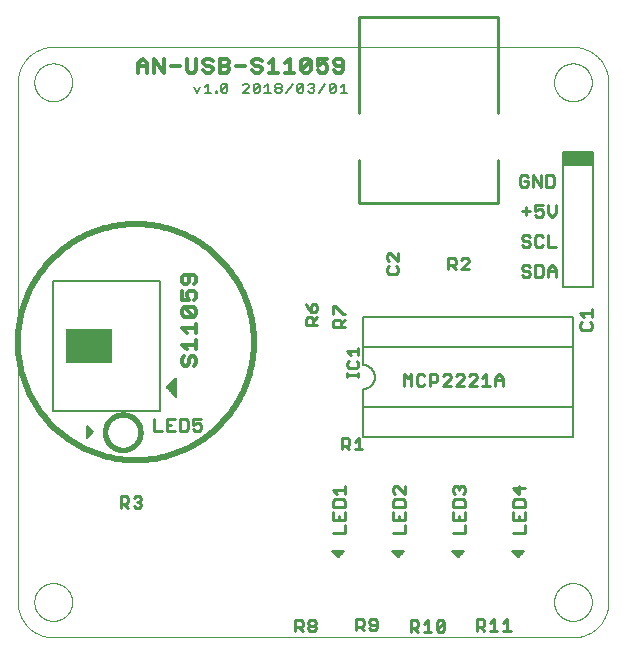
<source format=gto>
G75*
%MOIN*%
%OFA0B0*%
%FSLAX25Y25*%
%IPPOS*%
%LPD*%
%AMOC8*
5,1,8,0,0,1.08239X$1,22.5*
%
%ADD10C,0.00000*%
%ADD11C,0.00900*%
%ADD12C,0.01200*%
%ADD13C,0.00800*%
%ADD14C,0.01969*%
%ADD15C,0.01600*%
%ADD16C,0.00600*%
%ADD17C,0.01000*%
%ADD18C,0.00500*%
%ADD19C,0.00787*%
%ADD20R,0.10000X0.05000*%
%ADD21R,0.15748X0.11811*%
D10*
X0005724Y0017535D02*
X0005724Y0190764D01*
X0011236Y0190764D02*
X0011238Y0190922D01*
X0011244Y0191080D01*
X0011254Y0191238D01*
X0011268Y0191396D01*
X0011286Y0191553D01*
X0011307Y0191710D01*
X0011333Y0191866D01*
X0011363Y0192022D01*
X0011396Y0192177D01*
X0011434Y0192330D01*
X0011475Y0192483D01*
X0011520Y0192635D01*
X0011569Y0192786D01*
X0011622Y0192935D01*
X0011678Y0193083D01*
X0011738Y0193229D01*
X0011802Y0193374D01*
X0011870Y0193517D01*
X0011941Y0193659D01*
X0012015Y0193799D01*
X0012093Y0193936D01*
X0012175Y0194072D01*
X0012259Y0194206D01*
X0012348Y0194337D01*
X0012439Y0194466D01*
X0012534Y0194593D01*
X0012631Y0194718D01*
X0012732Y0194840D01*
X0012836Y0194959D01*
X0012943Y0195076D01*
X0013053Y0195190D01*
X0013166Y0195301D01*
X0013281Y0195410D01*
X0013399Y0195515D01*
X0013520Y0195617D01*
X0013643Y0195717D01*
X0013769Y0195813D01*
X0013897Y0195906D01*
X0014027Y0195996D01*
X0014160Y0196082D01*
X0014295Y0196166D01*
X0014431Y0196245D01*
X0014570Y0196322D01*
X0014711Y0196394D01*
X0014853Y0196464D01*
X0014997Y0196529D01*
X0015143Y0196591D01*
X0015290Y0196649D01*
X0015439Y0196704D01*
X0015589Y0196755D01*
X0015740Y0196802D01*
X0015892Y0196845D01*
X0016045Y0196884D01*
X0016200Y0196920D01*
X0016355Y0196951D01*
X0016511Y0196979D01*
X0016667Y0197003D01*
X0016824Y0197023D01*
X0016982Y0197039D01*
X0017139Y0197051D01*
X0017298Y0197059D01*
X0017456Y0197063D01*
X0017614Y0197063D01*
X0017772Y0197059D01*
X0017931Y0197051D01*
X0018088Y0197039D01*
X0018246Y0197023D01*
X0018403Y0197003D01*
X0018559Y0196979D01*
X0018715Y0196951D01*
X0018870Y0196920D01*
X0019025Y0196884D01*
X0019178Y0196845D01*
X0019330Y0196802D01*
X0019481Y0196755D01*
X0019631Y0196704D01*
X0019780Y0196649D01*
X0019927Y0196591D01*
X0020073Y0196529D01*
X0020217Y0196464D01*
X0020359Y0196394D01*
X0020500Y0196322D01*
X0020639Y0196245D01*
X0020775Y0196166D01*
X0020910Y0196082D01*
X0021043Y0195996D01*
X0021173Y0195906D01*
X0021301Y0195813D01*
X0021427Y0195717D01*
X0021550Y0195617D01*
X0021671Y0195515D01*
X0021789Y0195410D01*
X0021904Y0195301D01*
X0022017Y0195190D01*
X0022127Y0195076D01*
X0022234Y0194959D01*
X0022338Y0194840D01*
X0022439Y0194718D01*
X0022536Y0194593D01*
X0022631Y0194466D01*
X0022722Y0194337D01*
X0022811Y0194206D01*
X0022895Y0194072D01*
X0022977Y0193936D01*
X0023055Y0193799D01*
X0023129Y0193659D01*
X0023200Y0193517D01*
X0023268Y0193374D01*
X0023332Y0193229D01*
X0023392Y0193083D01*
X0023448Y0192935D01*
X0023501Y0192786D01*
X0023550Y0192635D01*
X0023595Y0192483D01*
X0023636Y0192330D01*
X0023674Y0192177D01*
X0023707Y0192022D01*
X0023737Y0191866D01*
X0023763Y0191710D01*
X0023784Y0191553D01*
X0023802Y0191396D01*
X0023816Y0191238D01*
X0023826Y0191080D01*
X0023832Y0190922D01*
X0023834Y0190764D01*
X0023832Y0190606D01*
X0023826Y0190448D01*
X0023816Y0190290D01*
X0023802Y0190132D01*
X0023784Y0189975D01*
X0023763Y0189818D01*
X0023737Y0189662D01*
X0023707Y0189506D01*
X0023674Y0189351D01*
X0023636Y0189198D01*
X0023595Y0189045D01*
X0023550Y0188893D01*
X0023501Y0188742D01*
X0023448Y0188593D01*
X0023392Y0188445D01*
X0023332Y0188299D01*
X0023268Y0188154D01*
X0023200Y0188011D01*
X0023129Y0187869D01*
X0023055Y0187729D01*
X0022977Y0187592D01*
X0022895Y0187456D01*
X0022811Y0187322D01*
X0022722Y0187191D01*
X0022631Y0187062D01*
X0022536Y0186935D01*
X0022439Y0186810D01*
X0022338Y0186688D01*
X0022234Y0186569D01*
X0022127Y0186452D01*
X0022017Y0186338D01*
X0021904Y0186227D01*
X0021789Y0186118D01*
X0021671Y0186013D01*
X0021550Y0185911D01*
X0021427Y0185811D01*
X0021301Y0185715D01*
X0021173Y0185622D01*
X0021043Y0185532D01*
X0020910Y0185446D01*
X0020775Y0185362D01*
X0020639Y0185283D01*
X0020500Y0185206D01*
X0020359Y0185134D01*
X0020217Y0185064D01*
X0020073Y0184999D01*
X0019927Y0184937D01*
X0019780Y0184879D01*
X0019631Y0184824D01*
X0019481Y0184773D01*
X0019330Y0184726D01*
X0019178Y0184683D01*
X0019025Y0184644D01*
X0018870Y0184608D01*
X0018715Y0184577D01*
X0018559Y0184549D01*
X0018403Y0184525D01*
X0018246Y0184505D01*
X0018088Y0184489D01*
X0017931Y0184477D01*
X0017772Y0184469D01*
X0017614Y0184465D01*
X0017456Y0184465D01*
X0017298Y0184469D01*
X0017139Y0184477D01*
X0016982Y0184489D01*
X0016824Y0184505D01*
X0016667Y0184525D01*
X0016511Y0184549D01*
X0016355Y0184577D01*
X0016200Y0184608D01*
X0016045Y0184644D01*
X0015892Y0184683D01*
X0015740Y0184726D01*
X0015589Y0184773D01*
X0015439Y0184824D01*
X0015290Y0184879D01*
X0015143Y0184937D01*
X0014997Y0184999D01*
X0014853Y0185064D01*
X0014711Y0185134D01*
X0014570Y0185206D01*
X0014431Y0185283D01*
X0014295Y0185362D01*
X0014160Y0185446D01*
X0014027Y0185532D01*
X0013897Y0185622D01*
X0013769Y0185715D01*
X0013643Y0185811D01*
X0013520Y0185911D01*
X0013399Y0186013D01*
X0013281Y0186118D01*
X0013166Y0186227D01*
X0013053Y0186338D01*
X0012943Y0186452D01*
X0012836Y0186569D01*
X0012732Y0186688D01*
X0012631Y0186810D01*
X0012534Y0186935D01*
X0012439Y0187062D01*
X0012348Y0187191D01*
X0012259Y0187322D01*
X0012175Y0187456D01*
X0012093Y0187592D01*
X0012015Y0187729D01*
X0011941Y0187869D01*
X0011870Y0188011D01*
X0011802Y0188154D01*
X0011738Y0188299D01*
X0011678Y0188445D01*
X0011622Y0188593D01*
X0011569Y0188742D01*
X0011520Y0188893D01*
X0011475Y0189045D01*
X0011434Y0189198D01*
X0011396Y0189351D01*
X0011363Y0189506D01*
X0011333Y0189662D01*
X0011307Y0189818D01*
X0011286Y0189975D01*
X0011268Y0190132D01*
X0011254Y0190290D01*
X0011244Y0190448D01*
X0011238Y0190606D01*
X0011236Y0190764D01*
X0005724Y0190764D02*
X0005727Y0191049D01*
X0005738Y0191335D01*
X0005755Y0191620D01*
X0005779Y0191904D01*
X0005810Y0192188D01*
X0005848Y0192471D01*
X0005893Y0192752D01*
X0005944Y0193033D01*
X0006002Y0193313D01*
X0006067Y0193591D01*
X0006139Y0193867D01*
X0006217Y0194141D01*
X0006302Y0194414D01*
X0006394Y0194684D01*
X0006492Y0194952D01*
X0006596Y0195218D01*
X0006707Y0195481D01*
X0006824Y0195741D01*
X0006947Y0195999D01*
X0007077Y0196253D01*
X0007213Y0196504D01*
X0007354Y0196752D01*
X0007502Y0196996D01*
X0007655Y0197237D01*
X0007815Y0197473D01*
X0007980Y0197706D01*
X0008150Y0197935D01*
X0008326Y0198160D01*
X0008508Y0198380D01*
X0008694Y0198596D01*
X0008886Y0198807D01*
X0009083Y0199014D01*
X0009285Y0199216D01*
X0009492Y0199413D01*
X0009703Y0199605D01*
X0009919Y0199791D01*
X0010139Y0199973D01*
X0010364Y0200149D01*
X0010593Y0200319D01*
X0010826Y0200484D01*
X0011062Y0200644D01*
X0011303Y0200797D01*
X0011547Y0200945D01*
X0011795Y0201086D01*
X0012046Y0201222D01*
X0012300Y0201352D01*
X0012558Y0201475D01*
X0012818Y0201592D01*
X0013081Y0201703D01*
X0013347Y0201807D01*
X0013615Y0201905D01*
X0013885Y0201997D01*
X0014158Y0202082D01*
X0014432Y0202160D01*
X0014708Y0202232D01*
X0014986Y0202297D01*
X0015266Y0202355D01*
X0015547Y0202406D01*
X0015828Y0202451D01*
X0016111Y0202489D01*
X0016395Y0202520D01*
X0016679Y0202544D01*
X0016964Y0202561D01*
X0017250Y0202572D01*
X0017535Y0202575D01*
X0190764Y0202575D01*
X0184465Y0190764D02*
X0184467Y0190922D01*
X0184473Y0191080D01*
X0184483Y0191238D01*
X0184497Y0191396D01*
X0184515Y0191553D01*
X0184536Y0191710D01*
X0184562Y0191866D01*
X0184592Y0192022D01*
X0184625Y0192177D01*
X0184663Y0192330D01*
X0184704Y0192483D01*
X0184749Y0192635D01*
X0184798Y0192786D01*
X0184851Y0192935D01*
X0184907Y0193083D01*
X0184967Y0193229D01*
X0185031Y0193374D01*
X0185099Y0193517D01*
X0185170Y0193659D01*
X0185244Y0193799D01*
X0185322Y0193936D01*
X0185404Y0194072D01*
X0185488Y0194206D01*
X0185577Y0194337D01*
X0185668Y0194466D01*
X0185763Y0194593D01*
X0185860Y0194718D01*
X0185961Y0194840D01*
X0186065Y0194959D01*
X0186172Y0195076D01*
X0186282Y0195190D01*
X0186395Y0195301D01*
X0186510Y0195410D01*
X0186628Y0195515D01*
X0186749Y0195617D01*
X0186872Y0195717D01*
X0186998Y0195813D01*
X0187126Y0195906D01*
X0187256Y0195996D01*
X0187389Y0196082D01*
X0187524Y0196166D01*
X0187660Y0196245D01*
X0187799Y0196322D01*
X0187940Y0196394D01*
X0188082Y0196464D01*
X0188226Y0196529D01*
X0188372Y0196591D01*
X0188519Y0196649D01*
X0188668Y0196704D01*
X0188818Y0196755D01*
X0188969Y0196802D01*
X0189121Y0196845D01*
X0189274Y0196884D01*
X0189429Y0196920D01*
X0189584Y0196951D01*
X0189740Y0196979D01*
X0189896Y0197003D01*
X0190053Y0197023D01*
X0190211Y0197039D01*
X0190368Y0197051D01*
X0190527Y0197059D01*
X0190685Y0197063D01*
X0190843Y0197063D01*
X0191001Y0197059D01*
X0191160Y0197051D01*
X0191317Y0197039D01*
X0191475Y0197023D01*
X0191632Y0197003D01*
X0191788Y0196979D01*
X0191944Y0196951D01*
X0192099Y0196920D01*
X0192254Y0196884D01*
X0192407Y0196845D01*
X0192559Y0196802D01*
X0192710Y0196755D01*
X0192860Y0196704D01*
X0193009Y0196649D01*
X0193156Y0196591D01*
X0193302Y0196529D01*
X0193446Y0196464D01*
X0193588Y0196394D01*
X0193729Y0196322D01*
X0193868Y0196245D01*
X0194004Y0196166D01*
X0194139Y0196082D01*
X0194272Y0195996D01*
X0194402Y0195906D01*
X0194530Y0195813D01*
X0194656Y0195717D01*
X0194779Y0195617D01*
X0194900Y0195515D01*
X0195018Y0195410D01*
X0195133Y0195301D01*
X0195246Y0195190D01*
X0195356Y0195076D01*
X0195463Y0194959D01*
X0195567Y0194840D01*
X0195668Y0194718D01*
X0195765Y0194593D01*
X0195860Y0194466D01*
X0195951Y0194337D01*
X0196040Y0194206D01*
X0196124Y0194072D01*
X0196206Y0193936D01*
X0196284Y0193799D01*
X0196358Y0193659D01*
X0196429Y0193517D01*
X0196497Y0193374D01*
X0196561Y0193229D01*
X0196621Y0193083D01*
X0196677Y0192935D01*
X0196730Y0192786D01*
X0196779Y0192635D01*
X0196824Y0192483D01*
X0196865Y0192330D01*
X0196903Y0192177D01*
X0196936Y0192022D01*
X0196966Y0191866D01*
X0196992Y0191710D01*
X0197013Y0191553D01*
X0197031Y0191396D01*
X0197045Y0191238D01*
X0197055Y0191080D01*
X0197061Y0190922D01*
X0197063Y0190764D01*
X0197061Y0190606D01*
X0197055Y0190448D01*
X0197045Y0190290D01*
X0197031Y0190132D01*
X0197013Y0189975D01*
X0196992Y0189818D01*
X0196966Y0189662D01*
X0196936Y0189506D01*
X0196903Y0189351D01*
X0196865Y0189198D01*
X0196824Y0189045D01*
X0196779Y0188893D01*
X0196730Y0188742D01*
X0196677Y0188593D01*
X0196621Y0188445D01*
X0196561Y0188299D01*
X0196497Y0188154D01*
X0196429Y0188011D01*
X0196358Y0187869D01*
X0196284Y0187729D01*
X0196206Y0187592D01*
X0196124Y0187456D01*
X0196040Y0187322D01*
X0195951Y0187191D01*
X0195860Y0187062D01*
X0195765Y0186935D01*
X0195668Y0186810D01*
X0195567Y0186688D01*
X0195463Y0186569D01*
X0195356Y0186452D01*
X0195246Y0186338D01*
X0195133Y0186227D01*
X0195018Y0186118D01*
X0194900Y0186013D01*
X0194779Y0185911D01*
X0194656Y0185811D01*
X0194530Y0185715D01*
X0194402Y0185622D01*
X0194272Y0185532D01*
X0194139Y0185446D01*
X0194004Y0185362D01*
X0193868Y0185283D01*
X0193729Y0185206D01*
X0193588Y0185134D01*
X0193446Y0185064D01*
X0193302Y0184999D01*
X0193156Y0184937D01*
X0193009Y0184879D01*
X0192860Y0184824D01*
X0192710Y0184773D01*
X0192559Y0184726D01*
X0192407Y0184683D01*
X0192254Y0184644D01*
X0192099Y0184608D01*
X0191944Y0184577D01*
X0191788Y0184549D01*
X0191632Y0184525D01*
X0191475Y0184505D01*
X0191317Y0184489D01*
X0191160Y0184477D01*
X0191001Y0184469D01*
X0190843Y0184465D01*
X0190685Y0184465D01*
X0190527Y0184469D01*
X0190368Y0184477D01*
X0190211Y0184489D01*
X0190053Y0184505D01*
X0189896Y0184525D01*
X0189740Y0184549D01*
X0189584Y0184577D01*
X0189429Y0184608D01*
X0189274Y0184644D01*
X0189121Y0184683D01*
X0188969Y0184726D01*
X0188818Y0184773D01*
X0188668Y0184824D01*
X0188519Y0184879D01*
X0188372Y0184937D01*
X0188226Y0184999D01*
X0188082Y0185064D01*
X0187940Y0185134D01*
X0187799Y0185206D01*
X0187660Y0185283D01*
X0187524Y0185362D01*
X0187389Y0185446D01*
X0187256Y0185532D01*
X0187126Y0185622D01*
X0186998Y0185715D01*
X0186872Y0185811D01*
X0186749Y0185911D01*
X0186628Y0186013D01*
X0186510Y0186118D01*
X0186395Y0186227D01*
X0186282Y0186338D01*
X0186172Y0186452D01*
X0186065Y0186569D01*
X0185961Y0186688D01*
X0185860Y0186810D01*
X0185763Y0186935D01*
X0185668Y0187062D01*
X0185577Y0187191D01*
X0185488Y0187322D01*
X0185404Y0187456D01*
X0185322Y0187592D01*
X0185244Y0187729D01*
X0185170Y0187869D01*
X0185099Y0188011D01*
X0185031Y0188154D01*
X0184967Y0188299D01*
X0184907Y0188445D01*
X0184851Y0188593D01*
X0184798Y0188742D01*
X0184749Y0188893D01*
X0184704Y0189045D01*
X0184663Y0189198D01*
X0184625Y0189351D01*
X0184592Y0189506D01*
X0184562Y0189662D01*
X0184536Y0189818D01*
X0184515Y0189975D01*
X0184497Y0190132D01*
X0184483Y0190290D01*
X0184473Y0190448D01*
X0184467Y0190606D01*
X0184465Y0190764D01*
X0190764Y0202575D02*
X0191049Y0202572D01*
X0191335Y0202561D01*
X0191620Y0202544D01*
X0191904Y0202520D01*
X0192188Y0202489D01*
X0192471Y0202451D01*
X0192752Y0202406D01*
X0193033Y0202355D01*
X0193313Y0202297D01*
X0193591Y0202232D01*
X0193867Y0202160D01*
X0194141Y0202082D01*
X0194414Y0201997D01*
X0194684Y0201905D01*
X0194952Y0201807D01*
X0195218Y0201703D01*
X0195481Y0201592D01*
X0195741Y0201475D01*
X0195999Y0201352D01*
X0196253Y0201222D01*
X0196504Y0201086D01*
X0196752Y0200945D01*
X0196996Y0200797D01*
X0197237Y0200644D01*
X0197473Y0200484D01*
X0197706Y0200319D01*
X0197935Y0200149D01*
X0198160Y0199973D01*
X0198380Y0199791D01*
X0198596Y0199605D01*
X0198807Y0199413D01*
X0199014Y0199216D01*
X0199216Y0199014D01*
X0199413Y0198807D01*
X0199605Y0198596D01*
X0199791Y0198380D01*
X0199973Y0198160D01*
X0200149Y0197935D01*
X0200319Y0197706D01*
X0200484Y0197473D01*
X0200644Y0197237D01*
X0200797Y0196996D01*
X0200945Y0196752D01*
X0201086Y0196504D01*
X0201222Y0196253D01*
X0201352Y0195999D01*
X0201475Y0195741D01*
X0201592Y0195481D01*
X0201703Y0195218D01*
X0201807Y0194952D01*
X0201905Y0194684D01*
X0201997Y0194414D01*
X0202082Y0194141D01*
X0202160Y0193867D01*
X0202232Y0193591D01*
X0202297Y0193313D01*
X0202355Y0193033D01*
X0202406Y0192752D01*
X0202451Y0192471D01*
X0202489Y0192188D01*
X0202520Y0191904D01*
X0202544Y0191620D01*
X0202561Y0191335D01*
X0202572Y0191049D01*
X0202575Y0190764D01*
X0202575Y0017535D01*
X0184465Y0017535D02*
X0184467Y0017693D01*
X0184473Y0017851D01*
X0184483Y0018009D01*
X0184497Y0018167D01*
X0184515Y0018324D01*
X0184536Y0018481D01*
X0184562Y0018637D01*
X0184592Y0018793D01*
X0184625Y0018948D01*
X0184663Y0019101D01*
X0184704Y0019254D01*
X0184749Y0019406D01*
X0184798Y0019557D01*
X0184851Y0019706D01*
X0184907Y0019854D01*
X0184967Y0020000D01*
X0185031Y0020145D01*
X0185099Y0020288D01*
X0185170Y0020430D01*
X0185244Y0020570D01*
X0185322Y0020707D01*
X0185404Y0020843D01*
X0185488Y0020977D01*
X0185577Y0021108D01*
X0185668Y0021237D01*
X0185763Y0021364D01*
X0185860Y0021489D01*
X0185961Y0021611D01*
X0186065Y0021730D01*
X0186172Y0021847D01*
X0186282Y0021961D01*
X0186395Y0022072D01*
X0186510Y0022181D01*
X0186628Y0022286D01*
X0186749Y0022388D01*
X0186872Y0022488D01*
X0186998Y0022584D01*
X0187126Y0022677D01*
X0187256Y0022767D01*
X0187389Y0022853D01*
X0187524Y0022937D01*
X0187660Y0023016D01*
X0187799Y0023093D01*
X0187940Y0023165D01*
X0188082Y0023235D01*
X0188226Y0023300D01*
X0188372Y0023362D01*
X0188519Y0023420D01*
X0188668Y0023475D01*
X0188818Y0023526D01*
X0188969Y0023573D01*
X0189121Y0023616D01*
X0189274Y0023655D01*
X0189429Y0023691D01*
X0189584Y0023722D01*
X0189740Y0023750D01*
X0189896Y0023774D01*
X0190053Y0023794D01*
X0190211Y0023810D01*
X0190368Y0023822D01*
X0190527Y0023830D01*
X0190685Y0023834D01*
X0190843Y0023834D01*
X0191001Y0023830D01*
X0191160Y0023822D01*
X0191317Y0023810D01*
X0191475Y0023794D01*
X0191632Y0023774D01*
X0191788Y0023750D01*
X0191944Y0023722D01*
X0192099Y0023691D01*
X0192254Y0023655D01*
X0192407Y0023616D01*
X0192559Y0023573D01*
X0192710Y0023526D01*
X0192860Y0023475D01*
X0193009Y0023420D01*
X0193156Y0023362D01*
X0193302Y0023300D01*
X0193446Y0023235D01*
X0193588Y0023165D01*
X0193729Y0023093D01*
X0193868Y0023016D01*
X0194004Y0022937D01*
X0194139Y0022853D01*
X0194272Y0022767D01*
X0194402Y0022677D01*
X0194530Y0022584D01*
X0194656Y0022488D01*
X0194779Y0022388D01*
X0194900Y0022286D01*
X0195018Y0022181D01*
X0195133Y0022072D01*
X0195246Y0021961D01*
X0195356Y0021847D01*
X0195463Y0021730D01*
X0195567Y0021611D01*
X0195668Y0021489D01*
X0195765Y0021364D01*
X0195860Y0021237D01*
X0195951Y0021108D01*
X0196040Y0020977D01*
X0196124Y0020843D01*
X0196206Y0020707D01*
X0196284Y0020570D01*
X0196358Y0020430D01*
X0196429Y0020288D01*
X0196497Y0020145D01*
X0196561Y0020000D01*
X0196621Y0019854D01*
X0196677Y0019706D01*
X0196730Y0019557D01*
X0196779Y0019406D01*
X0196824Y0019254D01*
X0196865Y0019101D01*
X0196903Y0018948D01*
X0196936Y0018793D01*
X0196966Y0018637D01*
X0196992Y0018481D01*
X0197013Y0018324D01*
X0197031Y0018167D01*
X0197045Y0018009D01*
X0197055Y0017851D01*
X0197061Y0017693D01*
X0197063Y0017535D01*
X0197061Y0017377D01*
X0197055Y0017219D01*
X0197045Y0017061D01*
X0197031Y0016903D01*
X0197013Y0016746D01*
X0196992Y0016589D01*
X0196966Y0016433D01*
X0196936Y0016277D01*
X0196903Y0016122D01*
X0196865Y0015969D01*
X0196824Y0015816D01*
X0196779Y0015664D01*
X0196730Y0015513D01*
X0196677Y0015364D01*
X0196621Y0015216D01*
X0196561Y0015070D01*
X0196497Y0014925D01*
X0196429Y0014782D01*
X0196358Y0014640D01*
X0196284Y0014500D01*
X0196206Y0014363D01*
X0196124Y0014227D01*
X0196040Y0014093D01*
X0195951Y0013962D01*
X0195860Y0013833D01*
X0195765Y0013706D01*
X0195668Y0013581D01*
X0195567Y0013459D01*
X0195463Y0013340D01*
X0195356Y0013223D01*
X0195246Y0013109D01*
X0195133Y0012998D01*
X0195018Y0012889D01*
X0194900Y0012784D01*
X0194779Y0012682D01*
X0194656Y0012582D01*
X0194530Y0012486D01*
X0194402Y0012393D01*
X0194272Y0012303D01*
X0194139Y0012217D01*
X0194004Y0012133D01*
X0193868Y0012054D01*
X0193729Y0011977D01*
X0193588Y0011905D01*
X0193446Y0011835D01*
X0193302Y0011770D01*
X0193156Y0011708D01*
X0193009Y0011650D01*
X0192860Y0011595D01*
X0192710Y0011544D01*
X0192559Y0011497D01*
X0192407Y0011454D01*
X0192254Y0011415D01*
X0192099Y0011379D01*
X0191944Y0011348D01*
X0191788Y0011320D01*
X0191632Y0011296D01*
X0191475Y0011276D01*
X0191317Y0011260D01*
X0191160Y0011248D01*
X0191001Y0011240D01*
X0190843Y0011236D01*
X0190685Y0011236D01*
X0190527Y0011240D01*
X0190368Y0011248D01*
X0190211Y0011260D01*
X0190053Y0011276D01*
X0189896Y0011296D01*
X0189740Y0011320D01*
X0189584Y0011348D01*
X0189429Y0011379D01*
X0189274Y0011415D01*
X0189121Y0011454D01*
X0188969Y0011497D01*
X0188818Y0011544D01*
X0188668Y0011595D01*
X0188519Y0011650D01*
X0188372Y0011708D01*
X0188226Y0011770D01*
X0188082Y0011835D01*
X0187940Y0011905D01*
X0187799Y0011977D01*
X0187660Y0012054D01*
X0187524Y0012133D01*
X0187389Y0012217D01*
X0187256Y0012303D01*
X0187126Y0012393D01*
X0186998Y0012486D01*
X0186872Y0012582D01*
X0186749Y0012682D01*
X0186628Y0012784D01*
X0186510Y0012889D01*
X0186395Y0012998D01*
X0186282Y0013109D01*
X0186172Y0013223D01*
X0186065Y0013340D01*
X0185961Y0013459D01*
X0185860Y0013581D01*
X0185763Y0013706D01*
X0185668Y0013833D01*
X0185577Y0013962D01*
X0185488Y0014093D01*
X0185404Y0014227D01*
X0185322Y0014363D01*
X0185244Y0014500D01*
X0185170Y0014640D01*
X0185099Y0014782D01*
X0185031Y0014925D01*
X0184967Y0015070D01*
X0184907Y0015216D01*
X0184851Y0015364D01*
X0184798Y0015513D01*
X0184749Y0015664D01*
X0184704Y0015816D01*
X0184663Y0015969D01*
X0184625Y0016122D01*
X0184592Y0016277D01*
X0184562Y0016433D01*
X0184536Y0016589D01*
X0184515Y0016746D01*
X0184497Y0016903D01*
X0184483Y0017061D01*
X0184473Y0017219D01*
X0184467Y0017377D01*
X0184465Y0017535D01*
X0190764Y0005724D02*
X0191049Y0005727D01*
X0191335Y0005738D01*
X0191620Y0005755D01*
X0191904Y0005779D01*
X0192188Y0005810D01*
X0192471Y0005848D01*
X0192752Y0005893D01*
X0193033Y0005944D01*
X0193313Y0006002D01*
X0193591Y0006067D01*
X0193867Y0006139D01*
X0194141Y0006217D01*
X0194414Y0006302D01*
X0194684Y0006394D01*
X0194952Y0006492D01*
X0195218Y0006596D01*
X0195481Y0006707D01*
X0195741Y0006824D01*
X0195999Y0006947D01*
X0196253Y0007077D01*
X0196504Y0007213D01*
X0196752Y0007354D01*
X0196996Y0007502D01*
X0197237Y0007655D01*
X0197473Y0007815D01*
X0197706Y0007980D01*
X0197935Y0008150D01*
X0198160Y0008326D01*
X0198380Y0008508D01*
X0198596Y0008694D01*
X0198807Y0008886D01*
X0199014Y0009083D01*
X0199216Y0009285D01*
X0199413Y0009492D01*
X0199605Y0009703D01*
X0199791Y0009919D01*
X0199973Y0010139D01*
X0200149Y0010364D01*
X0200319Y0010593D01*
X0200484Y0010826D01*
X0200644Y0011062D01*
X0200797Y0011303D01*
X0200945Y0011547D01*
X0201086Y0011795D01*
X0201222Y0012046D01*
X0201352Y0012300D01*
X0201475Y0012558D01*
X0201592Y0012818D01*
X0201703Y0013081D01*
X0201807Y0013347D01*
X0201905Y0013615D01*
X0201997Y0013885D01*
X0202082Y0014158D01*
X0202160Y0014432D01*
X0202232Y0014708D01*
X0202297Y0014986D01*
X0202355Y0015266D01*
X0202406Y0015547D01*
X0202451Y0015828D01*
X0202489Y0016111D01*
X0202520Y0016395D01*
X0202544Y0016679D01*
X0202561Y0016964D01*
X0202572Y0017250D01*
X0202575Y0017535D01*
X0190764Y0005724D02*
X0017535Y0005724D01*
X0011236Y0017535D02*
X0011238Y0017693D01*
X0011244Y0017851D01*
X0011254Y0018009D01*
X0011268Y0018167D01*
X0011286Y0018324D01*
X0011307Y0018481D01*
X0011333Y0018637D01*
X0011363Y0018793D01*
X0011396Y0018948D01*
X0011434Y0019101D01*
X0011475Y0019254D01*
X0011520Y0019406D01*
X0011569Y0019557D01*
X0011622Y0019706D01*
X0011678Y0019854D01*
X0011738Y0020000D01*
X0011802Y0020145D01*
X0011870Y0020288D01*
X0011941Y0020430D01*
X0012015Y0020570D01*
X0012093Y0020707D01*
X0012175Y0020843D01*
X0012259Y0020977D01*
X0012348Y0021108D01*
X0012439Y0021237D01*
X0012534Y0021364D01*
X0012631Y0021489D01*
X0012732Y0021611D01*
X0012836Y0021730D01*
X0012943Y0021847D01*
X0013053Y0021961D01*
X0013166Y0022072D01*
X0013281Y0022181D01*
X0013399Y0022286D01*
X0013520Y0022388D01*
X0013643Y0022488D01*
X0013769Y0022584D01*
X0013897Y0022677D01*
X0014027Y0022767D01*
X0014160Y0022853D01*
X0014295Y0022937D01*
X0014431Y0023016D01*
X0014570Y0023093D01*
X0014711Y0023165D01*
X0014853Y0023235D01*
X0014997Y0023300D01*
X0015143Y0023362D01*
X0015290Y0023420D01*
X0015439Y0023475D01*
X0015589Y0023526D01*
X0015740Y0023573D01*
X0015892Y0023616D01*
X0016045Y0023655D01*
X0016200Y0023691D01*
X0016355Y0023722D01*
X0016511Y0023750D01*
X0016667Y0023774D01*
X0016824Y0023794D01*
X0016982Y0023810D01*
X0017139Y0023822D01*
X0017298Y0023830D01*
X0017456Y0023834D01*
X0017614Y0023834D01*
X0017772Y0023830D01*
X0017931Y0023822D01*
X0018088Y0023810D01*
X0018246Y0023794D01*
X0018403Y0023774D01*
X0018559Y0023750D01*
X0018715Y0023722D01*
X0018870Y0023691D01*
X0019025Y0023655D01*
X0019178Y0023616D01*
X0019330Y0023573D01*
X0019481Y0023526D01*
X0019631Y0023475D01*
X0019780Y0023420D01*
X0019927Y0023362D01*
X0020073Y0023300D01*
X0020217Y0023235D01*
X0020359Y0023165D01*
X0020500Y0023093D01*
X0020639Y0023016D01*
X0020775Y0022937D01*
X0020910Y0022853D01*
X0021043Y0022767D01*
X0021173Y0022677D01*
X0021301Y0022584D01*
X0021427Y0022488D01*
X0021550Y0022388D01*
X0021671Y0022286D01*
X0021789Y0022181D01*
X0021904Y0022072D01*
X0022017Y0021961D01*
X0022127Y0021847D01*
X0022234Y0021730D01*
X0022338Y0021611D01*
X0022439Y0021489D01*
X0022536Y0021364D01*
X0022631Y0021237D01*
X0022722Y0021108D01*
X0022811Y0020977D01*
X0022895Y0020843D01*
X0022977Y0020707D01*
X0023055Y0020570D01*
X0023129Y0020430D01*
X0023200Y0020288D01*
X0023268Y0020145D01*
X0023332Y0020000D01*
X0023392Y0019854D01*
X0023448Y0019706D01*
X0023501Y0019557D01*
X0023550Y0019406D01*
X0023595Y0019254D01*
X0023636Y0019101D01*
X0023674Y0018948D01*
X0023707Y0018793D01*
X0023737Y0018637D01*
X0023763Y0018481D01*
X0023784Y0018324D01*
X0023802Y0018167D01*
X0023816Y0018009D01*
X0023826Y0017851D01*
X0023832Y0017693D01*
X0023834Y0017535D01*
X0023832Y0017377D01*
X0023826Y0017219D01*
X0023816Y0017061D01*
X0023802Y0016903D01*
X0023784Y0016746D01*
X0023763Y0016589D01*
X0023737Y0016433D01*
X0023707Y0016277D01*
X0023674Y0016122D01*
X0023636Y0015969D01*
X0023595Y0015816D01*
X0023550Y0015664D01*
X0023501Y0015513D01*
X0023448Y0015364D01*
X0023392Y0015216D01*
X0023332Y0015070D01*
X0023268Y0014925D01*
X0023200Y0014782D01*
X0023129Y0014640D01*
X0023055Y0014500D01*
X0022977Y0014363D01*
X0022895Y0014227D01*
X0022811Y0014093D01*
X0022722Y0013962D01*
X0022631Y0013833D01*
X0022536Y0013706D01*
X0022439Y0013581D01*
X0022338Y0013459D01*
X0022234Y0013340D01*
X0022127Y0013223D01*
X0022017Y0013109D01*
X0021904Y0012998D01*
X0021789Y0012889D01*
X0021671Y0012784D01*
X0021550Y0012682D01*
X0021427Y0012582D01*
X0021301Y0012486D01*
X0021173Y0012393D01*
X0021043Y0012303D01*
X0020910Y0012217D01*
X0020775Y0012133D01*
X0020639Y0012054D01*
X0020500Y0011977D01*
X0020359Y0011905D01*
X0020217Y0011835D01*
X0020073Y0011770D01*
X0019927Y0011708D01*
X0019780Y0011650D01*
X0019631Y0011595D01*
X0019481Y0011544D01*
X0019330Y0011497D01*
X0019178Y0011454D01*
X0019025Y0011415D01*
X0018870Y0011379D01*
X0018715Y0011348D01*
X0018559Y0011320D01*
X0018403Y0011296D01*
X0018246Y0011276D01*
X0018088Y0011260D01*
X0017931Y0011248D01*
X0017772Y0011240D01*
X0017614Y0011236D01*
X0017456Y0011236D01*
X0017298Y0011240D01*
X0017139Y0011248D01*
X0016982Y0011260D01*
X0016824Y0011276D01*
X0016667Y0011296D01*
X0016511Y0011320D01*
X0016355Y0011348D01*
X0016200Y0011379D01*
X0016045Y0011415D01*
X0015892Y0011454D01*
X0015740Y0011497D01*
X0015589Y0011544D01*
X0015439Y0011595D01*
X0015290Y0011650D01*
X0015143Y0011708D01*
X0014997Y0011770D01*
X0014853Y0011835D01*
X0014711Y0011905D01*
X0014570Y0011977D01*
X0014431Y0012054D01*
X0014295Y0012133D01*
X0014160Y0012217D01*
X0014027Y0012303D01*
X0013897Y0012393D01*
X0013769Y0012486D01*
X0013643Y0012582D01*
X0013520Y0012682D01*
X0013399Y0012784D01*
X0013281Y0012889D01*
X0013166Y0012998D01*
X0013053Y0013109D01*
X0012943Y0013223D01*
X0012836Y0013340D01*
X0012732Y0013459D01*
X0012631Y0013581D01*
X0012534Y0013706D01*
X0012439Y0013833D01*
X0012348Y0013962D01*
X0012259Y0014093D01*
X0012175Y0014227D01*
X0012093Y0014363D01*
X0012015Y0014500D01*
X0011941Y0014640D01*
X0011870Y0014782D01*
X0011802Y0014925D01*
X0011738Y0015070D01*
X0011678Y0015216D01*
X0011622Y0015364D01*
X0011569Y0015513D01*
X0011520Y0015664D01*
X0011475Y0015816D01*
X0011434Y0015969D01*
X0011396Y0016122D01*
X0011363Y0016277D01*
X0011333Y0016433D01*
X0011307Y0016589D01*
X0011286Y0016746D01*
X0011268Y0016903D01*
X0011254Y0017061D01*
X0011244Y0017219D01*
X0011238Y0017377D01*
X0011236Y0017535D01*
X0005724Y0017535D02*
X0005727Y0017250D01*
X0005738Y0016964D01*
X0005755Y0016679D01*
X0005779Y0016395D01*
X0005810Y0016111D01*
X0005848Y0015828D01*
X0005893Y0015547D01*
X0005944Y0015266D01*
X0006002Y0014986D01*
X0006067Y0014708D01*
X0006139Y0014432D01*
X0006217Y0014158D01*
X0006302Y0013885D01*
X0006394Y0013615D01*
X0006492Y0013347D01*
X0006596Y0013081D01*
X0006707Y0012818D01*
X0006824Y0012558D01*
X0006947Y0012300D01*
X0007077Y0012046D01*
X0007213Y0011795D01*
X0007354Y0011547D01*
X0007502Y0011303D01*
X0007655Y0011062D01*
X0007815Y0010826D01*
X0007980Y0010593D01*
X0008150Y0010364D01*
X0008326Y0010139D01*
X0008508Y0009919D01*
X0008694Y0009703D01*
X0008886Y0009492D01*
X0009083Y0009285D01*
X0009285Y0009083D01*
X0009492Y0008886D01*
X0009703Y0008694D01*
X0009919Y0008508D01*
X0010139Y0008326D01*
X0010364Y0008150D01*
X0010593Y0007980D01*
X0010826Y0007815D01*
X0011062Y0007655D01*
X0011303Y0007502D01*
X0011547Y0007354D01*
X0011795Y0007213D01*
X0012046Y0007077D01*
X0012300Y0006947D01*
X0012558Y0006824D01*
X0012818Y0006707D01*
X0013081Y0006596D01*
X0013347Y0006492D01*
X0013615Y0006394D01*
X0013885Y0006302D01*
X0014158Y0006217D01*
X0014432Y0006139D01*
X0014708Y0006067D01*
X0014986Y0006002D01*
X0015266Y0005944D01*
X0015547Y0005893D01*
X0015828Y0005848D01*
X0016111Y0005810D01*
X0016395Y0005779D01*
X0016679Y0005755D01*
X0016964Y0005738D01*
X0017250Y0005727D01*
X0017535Y0005724D01*
D11*
X0039974Y0048950D02*
X0039974Y0052778D01*
X0041888Y0052778D01*
X0042526Y0052140D01*
X0042526Y0050864D01*
X0041888Y0050226D01*
X0039974Y0050226D01*
X0041250Y0050226D02*
X0042526Y0048950D01*
X0044324Y0049588D02*
X0044962Y0048950D01*
X0046238Y0048950D01*
X0046876Y0049588D01*
X0046876Y0050226D01*
X0046238Y0050864D01*
X0045600Y0050864D01*
X0046238Y0050864D02*
X0046876Y0051502D01*
X0046876Y0052140D01*
X0046238Y0052778D01*
X0044962Y0052778D01*
X0044324Y0052140D01*
X0051174Y0074600D02*
X0053726Y0074600D01*
X0055525Y0074600D02*
X0058076Y0074600D01*
X0059875Y0074600D02*
X0061789Y0074600D01*
X0062427Y0075238D01*
X0062427Y0077789D01*
X0061789Y0078427D01*
X0059875Y0078427D01*
X0059875Y0074600D01*
X0056800Y0076513D02*
X0055525Y0076513D01*
X0055525Y0074600D02*
X0055525Y0078427D01*
X0058076Y0078427D01*
X0064225Y0078427D02*
X0064225Y0076513D01*
X0065501Y0077151D01*
X0066139Y0077151D01*
X0066777Y0076513D01*
X0066777Y0075238D01*
X0066139Y0074600D01*
X0064863Y0074600D01*
X0064225Y0075238D01*
X0064225Y0078427D02*
X0066777Y0078427D01*
X0051174Y0078427D02*
X0051174Y0074600D01*
X0101683Y0109934D02*
X0101683Y0111848D01*
X0102321Y0112486D01*
X0103597Y0112486D01*
X0104235Y0111848D01*
X0104235Y0109934D01*
X0105511Y0109934D02*
X0101683Y0109934D01*
X0104235Y0111210D02*
X0105511Y0112486D01*
X0104873Y0114284D02*
X0105511Y0114922D01*
X0105511Y0116198D01*
X0104873Y0116836D01*
X0104235Y0116836D01*
X0103597Y0116198D01*
X0103597Y0114284D01*
X0104873Y0114284D01*
X0103597Y0114284D02*
X0102321Y0115560D01*
X0101683Y0116836D01*
X0110896Y0116049D02*
X0110896Y0113497D01*
X0111534Y0111699D02*
X0112809Y0111699D01*
X0113447Y0111061D01*
X0113447Y0109147D01*
X0113447Y0110423D02*
X0114723Y0111699D01*
X0114723Y0113497D02*
X0114085Y0113497D01*
X0111534Y0116049D01*
X0110896Y0116049D01*
X0111534Y0111699D02*
X0110896Y0111061D01*
X0110896Y0109147D01*
X0114723Y0109147D01*
X0115447Y0101051D02*
X0119274Y0101051D01*
X0119274Y0099775D02*
X0119274Y0102327D01*
X0116723Y0099775D02*
X0115447Y0101051D01*
X0116085Y0097977D02*
X0115447Y0097339D01*
X0115447Y0096063D01*
X0116085Y0095425D01*
X0118636Y0095425D01*
X0119274Y0096063D01*
X0119274Y0097339D01*
X0118636Y0097977D01*
X0119274Y0093801D02*
X0119274Y0092525D01*
X0119274Y0093163D02*
X0115447Y0093163D01*
X0115447Y0092525D02*
X0115447Y0093801D01*
X0134365Y0093467D02*
X0134365Y0089639D01*
X0136917Y0089639D02*
X0136917Y0093467D01*
X0135641Y0092191D01*
X0134365Y0093467D01*
X0138715Y0092829D02*
X0138715Y0090277D01*
X0139353Y0089639D01*
X0140629Y0089639D01*
X0141267Y0090277D01*
X0143065Y0090915D02*
X0144979Y0090915D01*
X0145617Y0091553D01*
X0145617Y0092829D01*
X0144979Y0093467D01*
X0143065Y0093467D01*
X0143065Y0089639D01*
X0141267Y0092829D02*
X0140629Y0093467D01*
X0139353Y0093467D01*
X0138715Y0092829D01*
X0147416Y0092829D02*
X0148054Y0093467D01*
X0149329Y0093467D01*
X0149967Y0092829D01*
X0149967Y0092191D01*
X0147416Y0089639D01*
X0149967Y0089639D01*
X0151766Y0089639D02*
X0154318Y0092191D01*
X0154318Y0092829D01*
X0153680Y0093467D01*
X0152404Y0093467D01*
X0151766Y0092829D01*
X0151766Y0089639D02*
X0154318Y0089639D01*
X0156116Y0089639D02*
X0158668Y0092191D01*
X0158668Y0092829D01*
X0158030Y0093467D01*
X0156754Y0093467D01*
X0156116Y0092829D01*
X0156116Y0089639D02*
X0158668Y0089639D01*
X0160466Y0089639D02*
X0163018Y0089639D01*
X0161742Y0089639D02*
X0161742Y0093467D01*
X0160466Y0092191D01*
X0164816Y0092191D02*
X0164816Y0089639D01*
X0164816Y0091553D02*
X0167368Y0091553D01*
X0167368Y0092191D02*
X0167368Y0089639D01*
X0167368Y0092191D02*
X0166092Y0093467D01*
X0164816Y0092191D01*
X0193199Y0108801D02*
X0193837Y0108163D01*
X0196388Y0108163D01*
X0197026Y0108801D01*
X0197026Y0110076D01*
X0196388Y0110714D01*
X0197026Y0112513D02*
X0197026Y0115065D01*
X0197026Y0113789D02*
X0193199Y0113789D01*
X0194475Y0112513D01*
X0193837Y0110714D02*
X0193199Y0110076D01*
X0193199Y0108801D01*
X0185163Y0125938D02*
X0185163Y0128490D01*
X0183888Y0129766D01*
X0182612Y0128490D01*
X0182612Y0125938D01*
X0180813Y0126576D02*
X0180813Y0129128D01*
X0180175Y0129766D01*
X0178261Y0129766D01*
X0178261Y0125938D01*
X0180175Y0125938D01*
X0180813Y0126576D01*
X0182612Y0127852D02*
X0185163Y0127852D01*
X0185163Y0135938D02*
X0182612Y0135938D01*
X0182612Y0139766D01*
X0180813Y0139128D02*
X0180175Y0139766D01*
X0178899Y0139766D01*
X0178261Y0139128D01*
X0178261Y0136576D01*
X0178899Y0135938D01*
X0180175Y0135938D01*
X0180813Y0136576D01*
X0176463Y0136576D02*
X0175825Y0135938D01*
X0174549Y0135938D01*
X0173911Y0136576D01*
X0174549Y0137852D02*
X0173911Y0138490D01*
X0173911Y0139128D01*
X0174549Y0139766D01*
X0175825Y0139766D01*
X0176463Y0139128D01*
X0175825Y0137852D02*
X0176463Y0137214D01*
X0176463Y0136576D01*
X0175825Y0137852D02*
X0174549Y0137852D01*
X0174549Y0129766D02*
X0173911Y0129128D01*
X0173911Y0128490D01*
X0174549Y0127852D01*
X0175825Y0127852D01*
X0176463Y0127214D01*
X0176463Y0126576D01*
X0175825Y0125938D01*
X0174549Y0125938D01*
X0173911Y0126576D01*
X0174549Y0129766D02*
X0175825Y0129766D01*
X0176463Y0129128D01*
X0178899Y0145938D02*
X0178261Y0146576D01*
X0178899Y0145938D02*
X0180175Y0145938D01*
X0180813Y0146576D01*
X0180813Y0147852D01*
X0180175Y0148490D01*
X0179537Y0148490D01*
X0178261Y0147852D01*
X0178261Y0149766D01*
X0180813Y0149766D01*
X0182612Y0149766D02*
X0182612Y0147214D01*
X0183888Y0145938D01*
X0185163Y0147214D01*
X0185163Y0149766D01*
X0183738Y0155938D02*
X0181824Y0155938D01*
X0181824Y0159766D01*
X0183738Y0159766D01*
X0184376Y0159128D01*
X0184376Y0156576D01*
X0183738Y0155938D01*
X0180026Y0155938D02*
X0180026Y0159766D01*
X0177474Y0159766D02*
X0180026Y0155938D01*
X0177474Y0155938D02*
X0177474Y0159766D01*
X0175676Y0159128D02*
X0175038Y0159766D01*
X0173762Y0159766D01*
X0173124Y0159128D01*
X0173124Y0156576D01*
X0173762Y0155938D01*
X0175038Y0155938D01*
X0175676Y0156576D01*
X0175676Y0157852D01*
X0174400Y0157852D01*
X0175187Y0149128D02*
X0175187Y0146576D01*
X0173911Y0147852D02*
X0176463Y0147852D01*
X0156089Y0131628D02*
X0155451Y0132266D01*
X0154175Y0132266D01*
X0153537Y0131628D01*
X0151738Y0131628D02*
X0151738Y0130352D01*
X0151100Y0129714D01*
X0149187Y0129714D01*
X0150463Y0129714D02*
X0151738Y0128438D01*
X0153537Y0128438D02*
X0156089Y0130990D01*
X0156089Y0131628D01*
X0156089Y0128438D02*
X0153537Y0128438D01*
X0151738Y0131628D02*
X0151100Y0132266D01*
X0149187Y0132266D01*
X0149187Y0128438D01*
X0132499Y0128738D02*
X0132499Y0127462D01*
X0131861Y0126824D01*
X0129309Y0126824D01*
X0128671Y0127462D01*
X0128671Y0128738D01*
X0129309Y0129376D01*
X0129309Y0131175D02*
X0128671Y0131813D01*
X0128671Y0133088D01*
X0129309Y0133726D01*
X0129947Y0133726D01*
X0132499Y0131175D01*
X0132499Y0133726D01*
X0131861Y0129376D02*
X0132499Y0128738D01*
X0119340Y0072226D02*
X0119340Y0068399D01*
X0118064Y0068399D02*
X0120616Y0068399D01*
X0118064Y0070951D02*
X0119340Y0072226D01*
X0116266Y0071589D02*
X0116266Y0070313D01*
X0115628Y0069675D01*
X0113714Y0069675D01*
X0114990Y0069675D02*
X0116266Y0068399D01*
X0113714Y0068399D02*
X0113714Y0072226D01*
X0115628Y0072226D01*
X0116266Y0071589D01*
X0114763Y0056148D02*
X0114763Y0053596D01*
X0114763Y0054872D02*
X0110935Y0054872D01*
X0112211Y0053596D01*
X0111573Y0051798D02*
X0110935Y0051160D01*
X0110935Y0049246D01*
X0114763Y0049246D01*
X0114763Y0051160D01*
X0114125Y0051798D01*
X0111573Y0051798D01*
X0110935Y0047447D02*
X0110935Y0044896D01*
X0114763Y0044896D01*
X0114763Y0047447D01*
X0112849Y0046171D02*
X0112849Y0044896D01*
X0114763Y0043097D02*
X0114763Y0040545D01*
X0110935Y0040545D01*
X0130935Y0040545D02*
X0134763Y0040545D01*
X0134763Y0043097D01*
X0134763Y0044896D02*
X0134763Y0047447D01*
X0134763Y0049246D02*
X0134763Y0051160D01*
X0134125Y0051798D01*
X0131573Y0051798D01*
X0130935Y0051160D01*
X0130935Y0049246D01*
X0134763Y0049246D01*
X0132849Y0046171D02*
X0132849Y0044896D01*
X0130935Y0044896D02*
X0134763Y0044896D01*
X0130935Y0044896D02*
X0130935Y0047447D01*
X0131573Y0053596D02*
X0130935Y0054234D01*
X0130935Y0055510D01*
X0131573Y0056148D01*
X0132211Y0056148D01*
X0134763Y0053596D01*
X0134763Y0056148D01*
X0150935Y0055510D02*
X0151573Y0056148D01*
X0152211Y0056148D01*
X0152849Y0055510D01*
X0153487Y0056148D01*
X0154125Y0056148D01*
X0154763Y0055510D01*
X0154763Y0054234D01*
X0154125Y0053596D01*
X0154125Y0051798D02*
X0151573Y0051798D01*
X0150935Y0051160D01*
X0150935Y0049246D01*
X0154763Y0049246D01*
X0154763Y0051160D01*
X0154125Y0051798D01*
X0151573Y0053596D02*
X0150935Y0054234D01*
X0150935Y0055510D01*
X0152849Y0055510D02*
X0152849Y0054872D01*
X0154763Y0047447D02*
X0154763Y0044896D01*
X0150935Y0044896D01*
X0150935Y0047447D01*
X0152849Y0046171D02*
X0152849Y0044896D01*
X0154763Y0043097D02*
X0154763Y0040545D01*
X0150935Y0040545D01*
X0170935Y0040545D02*
X0174763Y0040545D01*
X0174763Y0043097D01*
X0174763Y0044896D02*
X0174763Y0047447D01*
X0174763Y0049246D02*
X0174763Y0051160D01*
X0174125Y0051798D01*
X0171573Y0051798D01*
X0170935Y0051160D01*
X0170935Y0049246D01*
X0174763Y0049246D01*
X0172849Y0046171D02*
X0172849Y0044896D01*
X0170935Y0044896D02*
X0174763Y0044896D01*
X0170935Y0044896D02*
X0170935Y0047447D01*
X0172849Y0053596D02*
X0170935Y0055510D01*
X0174763Y0055510D01*
X0172849Y0056148D02*
X0172849Y0053596D01*
X0168690Y0011754D02*
X0168690Y0007926D01*
X0167414Y0007926D02*
X0169966Y0007926D01*
X0167414Y0010478D02*
X0168690Y0011754D01*
X0164340Y0011754D02*
X0164340Y0007926D01*
X0163064Y0007926D02*
X0165616Y0007926D01*
X0163064Y0010478D02*
X0164340Y0011754D01*
X0161266Y0011116D02*
X0161266Y0009840D01*
X0160628Y0009202D01*
X0158714Y0009202D01*
X0158714Y0007926D02*
X0158714Y0011754D01*
X0160628Y0011754D01*
X0161266Y0011116D01*
X0159990Y0009202D02*
X0161266Y0007926D01*
X0147919Y0008249D02*
X0147281Y0007611D01*
X0146005Y0007611D01*
X0145367Y0008249D01*
X0147919Y0010801D01*
X0147919Y0008249D01*
X0145367Y0008249D02*
X0145367Y0010801D01*
X0146005Y0011439D01*
X0147281Y0011439D01*
X0147919Y0010801D01*
X0143568Y0007611D02*
X0141017Y0007611D01*
X0142293Y0007611D02*
X0142293Y0011439D01*
X0141017Y0010163D01*
X0139218Y0010801D02*
X0139218Y0009525D01*
X0138580Y0008887D01*
X0136667Y0008887D01*
X0137942Y0008887D02*
X0139218Y0007611D01*
X0136667Y0007611D02*
X0136667Y0011439D01*
X0138580Y0011439D01*
X0139218Y0010801D01*
X0125458Y0011274D02*
X0125458Y0008722D01*
X0124820Y0008084D01*
X0123544Y0008084D01*
X0122906Y0008722D01*
X0123544Y0009998D02*
X0125458Y0009998D01*
X0125458Y0011274D02*
X0124820Y0011912D01*
X0123544Y0011912D01*
X0122906Y0011274D01*
X0122906Y0010636D01*
X0123544Y0009998D01*
X0121108Y0009998D02*
X0121108Y0011274D01*
X0120470Y0011912D01*
X0118556Y0011912D01*
X0118556Y0008084D01*
X0118556Y0009360D02*
X0120470Y0009360D01*
X0121108Y0009998D01*
X0119832Y0009360D02*
X0121108Y0008084D01*
X0104986Y0008407D02*
X0104348Y0007769D01*
X0103072Y0007769D01*
X0102434Y0008407D01*
X0102434Y0009045D01*
X0103072Y0009683D01*
X0104348Y0009683D01*
X0104986Y0009045D01*
X0104986Y0008407D01*
X0104348Y0009683D02*
X0104986Y0010321D01*
X0104986Y0010959D01*
X0104348Y0011597D01*
X0103072Y0011597D01*
X0102434Y0010959D01*
X0102434Y0010321D01*
X0103072Y0009683D01*
X0100636Y0009683D02*
X0099998Y0009045D01*
X0098084Y0009045D01*
X0099360Y0009045D02*
X0100636Y0007769D01*
X0100636Y0009683D02*
X0100636Y0010959D01*
X0099998Y0011597D01*
X0098084Y0011597D01*
X0098084Y0007769D01*
D12*
X0064339Y0096324D02*
X0065124Y0097109D01*
X0065124Y0098679D01*
X0064339Y0099464D01*
X0063555Y0099464D01*
X0062770Y0098679D01*
X0062770Y0097109D01*
X0061985Y0096324D01*
X0061200Y0096324D01*
X0060415Y0097109D01*
X0060415Y0098679D01*
X0061200Y0099464D01*
X0061985Y0101762D02*
X0060415Y0103332D01*
X0065124Y0103332D01*
X0065124Y0101762D02*
X0065124Y0104902D01*
X0065124Y0107200D02*
X0065124Y0110340D01*
X0065124Y0108770D02*
X0060415Y0108770D01*
X0061985Y0107200D01*
X0061200Y0112638D02*
X0060415Y0113422D01*
X0060415Y0114992D01*
X0061200Y0115777D01*
X0064339Y0112638D01*
X0065124Y0113422D01*
X0065124Y0114992D01*
X0064339Y0115777D01*
X0061200Y0115777D01*
X0060415Y0118075D02*
X0062770Y0118075D01*
X0061985Y0119645D01*
X0061985Y0120430D01*
X0062770Y0121215D01*
X0064339Y0121215D01*
X0065124Y0120430D01*
X0065124Y0118860D01*
X0064339Y0118075D01*
X0060415Y0118075D02*
X0060415Y0121215D01*
X0061200Y0123513D02*
X0061985Y0123513D01*
X0062770Y0124298D01*
X0062770Y0126653D01*
X0064339Y0126653D02*
X0061200Y0126653D01*
X0060415Y0125868D01*
X0060415Y0124298D01*
X0061200Y0123513D01*
X0064339Y0123513D02*
X0065124Y0124298D01*
X0065124Y0125868D01*
X0064339Y0126653D01*
X0064339Y0112638D02*
X0061200Y0112638D01*
X0062911Y0193962D02*
X0064480Y0193962D01*
X0065265Y0194747D01*
X0065265Y0198672D01*
X0067563Y0197887D02*
X0067563Y0197102D01*
X0068348Y0196317D01*
X0069918Y0196317D01*
X0070703Y0195532D01*
X0070703Y0194747D01*
X0069918Y0193962D01*
X0068348Y0193962D01*
X0067563Y0194747D01*
X0067563Y0197887D02*
X0068348Y0198672D01*
X0069918Y0198672D01*
X0070703Y0197887D01*
X0073001Y0198672D02*
X0075356Y0198672D01*
X0076141Y0197887D01*
X0076141Y0197102D01*
X0075356Y0196317D01*
X0073001Y0196317D01*
X0073001Y0193962D02*
X0073001Y0198672D01*
X0075356Y0196317D02*
X0076141Y0195532D01*
X0076141Y0194747D01*
X0075356Y0193962D01*
X0073001Y0193962D01*
X0078439Y0196317D02*
X0081579Y0196317D01*
X0083877Y0197102D02*
X0084661Y0196317D01*
X0086231Y0196317D01*
X0087016Y0195532D01*
X0087016Y0194747D01*
X0086231Y0193962D01*
X0084661Y0193962D01*
X0083877Y0194747D01*
X0083877Y0197102D02*
X0083877Y0197887D01*
X0084661Y0198672D01*
X0086231Y0198672D01*
X0087016Y0197887D01*
X0089314Y0197102D02*
X0090884Y0198672D01*
X0090884Y0193962D01*
X0089314Y0193962D02*
X0092454Y0193962D01*
X0094752Y0193962D02*
X0097892Y0193962D01*
X0096322Y0193962D02*
X0096322Y0198672D01*
X0094752Y0197102D01*
X0100190Y0197887D02*
X0100190Y0194747D01*
X0103329Y0197887D01*
X0103329Y0194747D01*
X0102544Y0193962D01*
X0100975Y0193962D01*
X0100190Y0194747D01*
X0100190Y0197887D02*
X0100975Y0198672D01*
X0102544Y0198672D01*
X0103329Y0197887D01*
X0105627Y0198672D02*
X0105627Y0196317D01*
X0107197Y0197102D01*
X0107982Y0197102D01*
X0108767Y0196317D01*
X0108767Y0194747D01*
X0107982Y0193962D01*
X0106412Y0193962D01*
X0105627Y0194747D01*
X0105627Y0198672D02*
X0108767Y0198672D01*
X0111065Y0197887D02*
X0111065Y0197102D01*
X0111850Y0196317D01*
X0114205Y0196317D01*
X0114205Y0197887D02*
X0113420Y0198672D01*
X0111850Y0198672D01*
X0111065Y0197887D01*
X0114205Y0197887D02*
X0114205Y0194747D01*
X0113420Y0193962D01*
X0111850Y0193962D01*
X0111065Y0194747D01*
X0062911Y0193962D02*
X0062126Y0194747D01*
X0062126Y0198672D01*
X0059828Y0196317D02*
X0056688Y0196317D01*
X0054390Y0193962D02*
X0054390Y0198672D01*
X0051250Y0198672D02*
X0054390Y0193962D01*
X0051250Y0193962D02*
X0051250Y0198672D01*
X0048952Y0197102D02*
X0048952Y0193962D01*
X0048952Y0196317D02*
X0045813Y0196317D01*
X0045813Y0197102D02*
X0045813Y0193962D01*
X0045813Y0197102D02*
X0047382Y0198672D01*
X0048952Y0197102D01*
D13*
X0064392Y0189320D02*
X0065439Y0187227D01*
X0066485Y0189320D01*
X0068017Y0189320D02*
X0069064Y0190366D01*
X0069064Y0187227D01*
X0070110Y0187227D02*
X0068017Y0187227D01*
X0071642Y0187227D02*
X0072166Y0187227D01*
X0072166Y0187750D01*
X0071642Y0187750D01*
X0071642Y0187227D01*
X0073455Y0187750D02*
X0075548Y0189843D01*
X0075548Y0187750D01*
X0075025Y0187227D01*
X0073978Y0187227D01*
X0073455Y0187750D01*
X0073455Y0189843D01*
X0073978Y0190366D01*
X0075025Y0190366D01*
X0075548Y0189843D01*
X0080705Y0189843D02*
X0081229Y0190366D01*
X0082275Y0190366D01*
X0082798Y0189843D01*
X0082798Y0189320D01*
X0080705Y0187227D01*
X0082798Y0187227D01*
X0084330Y0187750D02*
X0084330Y0189843D01*
X0084854Y0190366D01*
X0085900Y0190366D01*
X0086423Y0189843D01*
X0084330Y0187750D01*
X0084854Y0187227D01*
X0085900Y0187227D01*
X0086423Y0187750D01*
X0086423Y0189843D01*
X0087955Y0189320D02*
X0089002Y0190366D01*
X0089002Y0187227D01*
X0087955Y0187227D02*
X0090049Y0187227D01*
X0091581Y0187750D02*
X0091581Y0188273D01*
X0092104Y0188797D01*
X0093150Y0188797D01*
X0093674Y0188273D01*
X0093674Y0187750D01*
X0093150Y0187227D01*
X0092104Y0187227D01*
X0091581Y0187750D01*
X0092104Y0188797D02*
X0091581Y0189320D01*
X0091581Y0189843D01*
X0092104Y0190366D01*
X0093150Y0190366D01*
X0093674Y0189843D01*
X0093674Y0189320D01*
X0093150Y0188797D01*
X0095206Y0187227D02*
X0097299Y0190366D01*
X0098831Y0189843D02*
X0098831Y0187750D01*
X0100924Y0189843D01*
X0100924Y0187750D01*
X0100401Y0187227D01*
X0099354Y0187227D01*
X0098831Y0187750D01*
X0098831Y0189843D02*
X0099354Y0190366D01*
X0100401Y0190366D01*
X0100924Y0189843D01*
X0102456Y0189843D02*
X0102979Y0190366D01*
X0104026Y0190366D01*
X0104549Y0189843D01*
X0104549Y0189320D01*
X0104026Y0188797D01*
X0104549Y0188273D01*
X0104549Y0187750D01*
X0104026Y0187227D01*
X0102979Y0187227D01*
X0102456Y0187750D01*
X0103503Y0188797D02*
X0104026Y0188797D01*
X0106081Y0187227D02*
X0108174Y0190366D01*
X0109706Y0189843D02*
X0109706Y0187750D01*
X0111799Y0189843D01*
X0111799Y0187750D01*
X0111276Y0187227D01*
X0110230Y0187227D01*
X0109706Y0187750D01*
X0109706Y0189843D02*
X0110230Y0190366D01*
X0111276Y0190366D01*
X0111799Y0189843D01*
X0113331Y0189320D02*
X0114378Y0190366D01*
X0114378Y0187227D01*
X0113331Y0187227D02*
X0115425Y0187227D01*
D14*
X0005724Y0104150D02*
X0005736Y0105116D01*
X0005771Y0106082D01*
X0005831Y0107046D01*
X0005914Y0108009D01*
X0006020Y0108969D01*
X0006150Y0109927D01*
X0006304Y0110881D01*
X0006480Y0111831D01*
X0006681Y0112776D01*
X0006904Y0113716D01*
X0007150Y0114650D01*
X0007419Y0115579D01*
X0007711Y0116500D01*
X0008025Y0117413D01*
X0008362Y0118319D01*
X0008721Y0119216D01*
X0009102Y0120104D01*
X0009504Y0120983D01*
X0009928Y0121851D01*
X0010373Y0122709D01*
X0010839Y0123555D01*
X0011325Y0124390D01*
X0011832Y0125213D01*
X0012359Y0126023D01*
X0012906Y0126820D01*
X0013472Y0127603D01*
X0014057Y0128372D01*
X0014661Y0129126D01*
X0015283Y0129865D01*
X0015923Y0130589D01*
X0016580Y0131297D01*
X0017255Y0131989D01*
X0017947Y0132664D01*
X0018655Y0133321D01*
X0019379Y0133961D01*
X0020118Y0134583D01*
X0020872Y0135187D01*
X0021641Y0135772D01*
X0022424Y0136338D01*
X0023221Y0136885D01*
X0024031Y0137412D01*
X0024854Y0137919D01*
X0025689Y0138405D01*
X0026535Y0138871D01*
X0027393Y0139316D01*
X0028261Y0139740D01*
X0029140Y0140142D01*
X0030028Y0140523D01*
X0030925Y0140882D01*
X0031831Y0141219D01*
X0032744Y0141533D01*
X0033665Y0141825D01*
X0034594Y0142094D01*
X0035528Y0142340D01*
X0036468Y0142563D01*
X0037413Y0142764D01*
X0038363Y0142940D01*
X0039317Y0143094D01*
X0040275Y0143224D01*
X0041235Y0143330D01*
X0042198Y0143413D01*
X0043162Y0143473D01*
X0044128Y0143508D01*
X0045094Y0143520D01*
X0046060Y0143508D01*
X0047026Y0143473D01*
X0047990Y0143413D01*
X0048953Y0143330D01*
X0049913Y0143224D01*
X0050871Y0143094D01*
X0051825Y0142940D01*
X0052775Y0142764D01*
X0053720Y0142563D01*
X0054660Y0142340D01*
X0055594Y0142094D01*
X0056523Y0141825D01*
X0057444Y0141533D01*
X0058357Y0141219D01*
X0059263Y0140882D01*
X0060160Y0140523D01*
X0061048Y0140142D01*
X0061927Y0139740D01*
X0062795Y0139316D01*
X0063653Y0138871D01*
X0064499Y0138405D01*
X0065334Y0137919D01*
X0066157Y0137412D01*
X0066967Y0136885D01*
X0067764Y0136338D01*
X0068547Y0135772D01*
X0069316Y0135187D01*
X0070070Y0134583D01*
X0070809Y0133961D01*
X0071533Y0133321D01*
X0072241Y0132664D01*
X0072933Y0131989D01*
X0073608Y0131297D01*
X0074265Y0130589D01*
X0074905Y0129865D01*
X0075527Y0129126D01*
X0076131Y0128372D01*
X0076716Y0127603D01*
X0077282Y0126820D01*
X0077829Y0126023D01*
X0078356Y0125213D01*
X0078863Y0124390D01*
X0079349Y0123555D01*
X0079815Y0122709D01*
X0080260Y0121851D01*
X0080684Y0120983D01*
X0081086Y0120104D01*
X0081467Y0119216D01*
X0081826Y0118319D01*
X0082163Y0117413D01*
X0082477Y0116500D01*
X0082769Y0115579D01*
X0083038Y0114650D01*
X0083284Y0113716D01*
X0083507Y0112776D01*
X0083708Y0111831D01*
X0083884Y0110881D01*
X0084038Y0109927D01*
X0084168Y0108969D01*
X0084274Y0108009D01*
X0084357Y0107046D01*
X0084417Y0106082D01*
X0084452Y0105116D01*
X0084464Y0104150D01*
X0084452Y0103184D01*
X0084417Y0102218D01*
X0084357Y0101254D01*
X0084274Y0100291D01*
X0084168Y0099331D01*
X0084038Y0098373D01*
X0083884Y0097419D01*
X0083708Y0096469D01*
X0083507Y0095524D01*
X0083284Y0094584D01*
X0083038Y0093650D01*
X0082769Y0092721D01*
X0082477Y0091800D01*
X0082163Y0090887D01*
X0081826Y0089981D01*
X0081467Y0089084D01*
X0081086Y0088196D01*
X0080684Y0087317D01*
X0080260Y0086449D01*
X0079815Y0085591D01*
X0079349Y0084745D01*
X0078863Y0083910D01*
X0078356Y0083087D01*
X0077829Y0082277D01*
X0077282Y0081480D01*
X0076716Y0080697D01*
X0076131Y0079928D01*
X0075527Y0079174D01*
X0074905Y0078435D01*
X0074265Y0077711D01*
X0073608Y0077003D01*
X0072933Y0076311D01*
X0072241Y0075636D01*
X0071533Y0074979D01*
X0070809Y0074339D01*
X0070070Y0073717D01*
X0069316Y0073113D01*
X0068547Y0072528D01*
X0067764Y0071962D01*
X0066967Y0071415D01*
X0066157Y0070888D01*
X0065334Y0070381D01*
X0064499Y0069895D01*
X0063653Y0069429D01*
X0062795Y0068984D01*
X0061927Y0068560D01*
X0061048Y0068158D01*
X0060160Y0067777D01*
X0059263Y0067418D01*
X0058357Y0067081D01*
X0057444Y0066767D01*
X0056523Y0066475D01*
X0055594Y0066206D01*
X0054660Y0065960D01*
X0053720Y0065737D01*
X0052775Y0065536D01*
X0051825Y0065360D01*
X0050871Y0065206D01*
X0049913Y0065076D01*
X0048953Y0064970D01*
X0047990Y0064887D01*
X0047026Y0064827D01*
X0046060Y0064792D01*
X0045094Y0064780D01*
X0044128Y0064792D01*
X0043162Y0064827D01*
X0042198Y0064887D01*
X0041235Y0064970D01*
X0040275Y0065076D01*
X0039317Y0065206D01*
X0038363Y0065360D01*
X0037413Y0065536D01*
X0036468Y0065737D01*
X0035528Y0065960D01*
X0034594Y0066206D01*
X0033665Y0066475D01*
X0032744Y0066767D01*
X0031831Y0067081D01*
X0030925Y0067418D01*
X0030028Y0067777D01*
X0029140Y0068158D01*
X0028261Y0068560D01*
X0027393Y0068984D01*
X0026535Y0069429D01*
X0025689Y0069895D01*
X0024854Y0070381D01*
X0024031Y0070888D01*
X0023221Y0071415D01*
X0022424Y0071962D01*
X0021641Y0072528D01*
X0020872Y0073113D01*
X0020118Y0073717D01*
X0019379Y0074339D01*
X0018655Y0074979D01*
X0017947Y0075636D01*
X0017255Y0076311D01*
X0016580Y0077003D01*
X0015923Y0077711D01*
X0015283Y0078435D01*
X0014661Y0079174D01*
X0014057Y0079928D01*
X0013472Y0080697D01*
X0012906Y0081480D01*
X0012359Y0082277D01*
X0011832Y0083087D01*
X0011325Y0083910D01*
X0010839Y0084745D01*
X0010373Y0085591D01*
X0009928Y0086449D01*
X0009504Y0087317D01*
X0009102Y0088196D01*
X0008721Y0089084D01*
X0008362Y0089981D01*
X0008025Y0090887D01*
X0007711Y0091800D01*
X0007419Y0092721D01*
X0007150Y0093650D01*
X0006904Y0094584D01*
X0006681Y0095524D01*
X0006480Y0096469D01*
X0006304Y0097419D01*
X0006150Y0098373D01*
X0006020Y0099331D01*
X0005914Y0100291D01*
X0005831Y0101254D01*
X0005771Y0102218D01*
X0005736Y0103184D01*
X0005724Y0104150D01*
D15*
X0034818Y0074150D02*
X0034820Y0074303D01*
X0034826Y0074457D01*
X0034836Y0074610D01*
X0034850Y0074762D01*
X0034868Y0074915D01*
X0034890Y0075066D01*
X0034915Y0075217D01*
X0034945Y0075368D01*
X0034979Y0075518D01*
X0035016Y0075666D01*
X0035057Y0075814D01*
X0035102Y0075960D01*
X0035151Y0076106D01*
X0035204Y0076250D01*
X0035260Y0076392D01*
X0035320Y0076533D01*
X0035384Y0076673D01*
X0035451Y0076811D01*
X0035522Y0076947D01*
X0035597Y0077081D01*
X0035674Y0077213D01*
X0035756Y0077343D01*
X0035840Y0077471D01*
X0035928Y0077597D01*
X0036019Y0077720D01*
X0036113Y0077841D01*
X0036211Y0077959D01*
X0036311Y0078075D01*
X0036415Y0078188D01*
X0036521Y0078299D01*
X0036630Y0078407D01*
X0036742Y0078512D01*
X0036856Y0078613D01*
X0036974Y0078712D01*
X0037093Y0078808D01*
X0037215Y0078901D01*
X0037340Y0078990D01*
X0037467Y0079077D01*
X0037596Y0079159D01*
X0037727Y0079239D01*
X0037860Y0079315D01*
X0037995Y0079388D01*
X0038132Y0079457D01*
X0038271Y0079522D01*
X0038411Y0079584D01*
X0038553Y0079642D01*
X0038696Y0079697D01*
X0038841Y0079748D01*
X0038987Y0079795D01*
X0039134Y0079838D01*
X0039282Y0079877D01*
X0039431Y0079913D01*
X0039581Y0079944D01*
X0039732Y0079972D01*
X0039883Y0079996D01*
X0040036Y0080016D01*
X0040188Y0080032D01*
X0040341Y0080044D01*
X0040494Y0080052D01*
X0040647Y0080056D01*
X0040801Y0080056D01*
X0040954Y0080052D01*
X0041107Y0080044D01*
X0041260Y0080032D01*
X0041412Y0080016D01*
X0041565Y0079996D01*
X0041716Y0079972D01*
X0041867Y0079944D01*
X0042017Y0079913D01*
X0042166Y0079877D01*
X0042314Y0079838D01*
X0042461Y0079795D01*
X0042607Y0079748D01*
X0042752Y0079697D01*
X0042895Y0079642D01*
X0043037Y0079584D01*
X0043177Y0079522D01*
X0043316Y0079457D01*
X0043453Y0079388D01*
X0043588Y0079315D01*
X0043721Y0079239D01*
X0043852Y0079159D01*
X0043981Y0079077D01*
X0044108Y0078990D01*
X0044233Y0078901D01*
X0044355Y0078808D01*
X0044474Y0078712D01*
X0044592Y0078613D01*
X0044706Y0078512D01*
X0044818Y0078407D01*
X0044927Y0078299D01*
X0045033Y0078188D01*
X0045137Y0078075D01*
X0045237Y0077959D01*
X0045335Y0077841D01*
X0045429Y0077720D01*
X0045520Y0077597D01*
X0045608Y0077471D01*
X0045692Y0077343D01*
X0045774Y0077213D01*
X0045851Y0077081D01*
X0045926Y0076947D01*
X0045997Y0076811D01*
X0046064Y0076673D01*
X0046128Y0076533D01*
X0046188Y0076392D01*
X0046244Y0076250D01*
X0046297Y0076106D01*
X0046346Y0075960D01*
X0046391Y0075814D01*
X0046432Y0075666D01*
X0046469Y0075518D01*
X0046503Y0075368D01*
X0046533Y0075217D01*
X0046558Y0075066D01*
X0046580Y0074915D01*
X0046598Y0074762D01*
X0046612Y0074610D01*
X0046622Y0074457D01*
X0046628Y0074303D01*
X0046630Y0074150D01*
X0046628Y0073997D01*
X0046622Y0073843D01*
X0046612Y0073690D01*
X0046598Y0073538D01*
X0046580Y0073385D01*
X0046558Y0073234D01*
X0046533Y0073083D01*
X0046503Y0072932D01*
X0046469Y0072782D01*
X0046432Y0072634D01*
X0046391Y0072486D01*
X0046346Y0072340D01*
X0046297Y0072194D01*
X0046244Y0072050D01*
X0046188Y0071908D01*
X0046128Y0071767D01*
X0046064Y0071627D01*
X0045997Y0071489D01*
X0045926Y0071353D01*
X0045851Y0071219D01*
X0045774Y0071087D01*
X0045692Y0070957D01*
X0045608Y0070829D01*
X0045520Y0070703D01*
X0045429Y0070580D01*
X0045335Y0070459D01*
X0045237Y0070341D01*
X0045137Y0070225D01*
X0045033Y0070112D01*
X0044927Y0070001D01*
X0044818Y0069893D01*
X0044706Y0069788D01*
X0044592Y0069687D01*
X0044474Y0069588D01*
X0044355Y0069492D01*
X0044233Y0069399D01*
X0044108Y0069310D01*
X0043981Y0069223D01*
X0043852Y0069141D01*
X0043721Y0069061D01*
X0043588Y0068985D01*
X0043453Y0068912D01*
X0043316Y0068843D01*
X0043177Y0068778D01*
X0043037Y0068716D01*
X0042895Y0068658D01*
X0042752Y0068603D01*
X0042607Y0068552D01*
X0042461Y0068505D01*
X0042314Y0068462D01*
X0042166Y0068423D01*
X0042017Y0068387D01*
X0041867Y0068356D01*
X0041716Y0068328D01*
X0041565Y0068304D01*
X0041412Y0068284D01*
X0041260Y0068268D01*
X0041107Y0068256D01*
X0040954Y0068248D01*
X0040801Y0068244D01*
X0040647Y0068244D01*
X0040494Y0068248D01*
X0040341Y0068256D01*
X0040188Y0068268D01*
X0040036Y0068284D01*
X0039883Y0068304D01*
X0039732Y0068328D01*
X0039581Y0068356D01*
X0039431Y0068387D01*
X0039282Y0068423D01*
X0039134Y0068462D01*
X0038987Y0068505D01*
X0038841Y0068552D01*
X0038696Y0068603D01*
X0038553Y0068658D01*
X0038411Y0068716D01*
X0038271Y0068778D01*
X0038132Y0068843D01*
X0037995Y0068912D01*
X0037860Y0068985D01*
X0037727Y0069061D01*
X0037596Y0069141D01*
X0037467Y0069223D01*
X0037340Y0069310D01*
X0037215Y0069399D01*
X0037093Y0069492D01*
X0036974Y0069588D01*
X0036856Y0069687D01*
X0036742Y0069788D01*
X0036630Y0069893D01*
X0036521Y0070001D01*
X0036415Y0070112D01*
X0036311Y0070225D01*
X0036211Y0070341D01*
X0036113Y0070459D01*
X0036019Y0070580D01*
X0035928Y0070703D01*
X0035840Y0070829D01*
X0035756Y0070957D01*
X0035674Y0071087D01*
X0035597Y0071219D01*
X0035522Y0071353D01*
X0035451Y0071489D01*
X0035384Y0071627D01*
X0035320Y0071767D01*
X0035260Y0071908D01*
X0035204Y0072050D01*
X0035151Y0072194D01*
X0035102Y0072340D01*
X0035057Y0072486D01*
X0035016Y0072634D01*
X0034979Y0072782D01*
X0034945Y0072932D01*
X0034915Y0073083D01*
X0034890Y0073234D01*
X0034868Y0073385D01*
X0034850Y0073538D01*
X0034836Y0073690D01*
X0034826Y0073843D01*
X0034820Y0073997D01*
X0034818Y0074150D01*
D16*
X0120724Y0072575D02*
X0120724Y0082575D01*
X0120724Y0088575D01*
X0120850Y0088577D01*
X0120975Y0088583D01*
X0121100Y0088593D01*
X0121225Y0088607D01*
X0121350Y0088624D01*
X0121474Y0088646D01*
X0121597Y0088671D01*
X0121719Y0088701D01*
X0121840Y0088734D01*
X0121960Y0088771D01*
X0122079Y0088811D01*
X0122196Y0088856D01*
X0122313Y0088904D01*
X0122427Y0088956D01*
X0122540Y0089011D01*
X0122651Y0089070D01*
X0122760Y0089132D01*
X0122867Y0089198D01*
X0122972Y0089267D01*
X0123075Y0089339D01*
X0123176Y0089414D01*
X0123274Y0089493D01*
X0123369Y0089575D01*
X0123462Y0089659D01*
X0123552Y0089747D01*
X0123640Y0089837D01*
X0123724Y0089930D01*
X0123806Y0090025D01*
X0123885Y0090123D01*
X0123960Y0090224D01*
X0124032Y0090327D01*
X0124101Y0090432D01*
X0124167Y0090539D01*
X0124229Y0090648D01*
X0124288Y0090759D01*
X0124343Y0090872D01*
X0124395Y0090986D01*
X0124443Y0091103D01*
X0124488Y0091220D01*
X0124528Y0091339D01*
X0124565Y0091459D01*
X0124598Y0091580D01*
X0124628Y0091702D01*
X0124653Y0091825D01*
X0124675Y0091949D01*
X0124692Y0092074D01*
X0124706Y0092199D01*
X0124716Y0092324D01*
X0124722Y0092449D01*
X0124724Y0092575D01*
X0124722Y0092701D01*
X0124716Y0092826D01*
X0124706Y0092951D01*
X0124692Y0093076D01*
X0124675Y0093201D01*
X0124653Y0093325D01*
X0124628Y0093448D01*
X0124598Y0093570D01*
X0124565Y0093691D01*
X0124528Y0093811D01*
X0124488Y0093930D01*
X0124443Y0094047D01*
X0124395Y0094164D01*
X0124343Y0094278D01*
X0124288Y0094391D01*
X0124229Y0094502D01*
X0124167Y0094611D01*
X0124101Y0094718D01*
X0124032Y0094823D01*
X0123960Y0094926D01*
X0123885Y0095027D01*
X0123806Y0095125D01*
X0123724Y0095220D01*
X0123640Y0095313D01*
X0123552Y0095403D01*
X0123462Y0095491D01*
X0123369Y0095575D01*
X0123274Y0095657D01*
X0123176Y0095736D01*
X0123075Y0095811D01*
X0122972Y0095883D01*
X0122867Y0095952D01*
X0122760Y0096018D01*
X0122651Y0096080D01*
X0122540Y0096139D01*
X0122427Y0096194D01*
X0122313Y0096246D01*
X0122196Y0096294D01*
X0122079Y0096339D01*
X0121960Y0096379D01*
X0121840Y0096416D01*
X0121719Y0096449D01*
X0121597Y0096479D01*
X0121474Y0096504D01*
X0121350Y0096526D01*
X0121225Y0096543D01*
X0121100Y0096557D01*
X0120975Y0096567D01*
X0120850Y0096573D01*
X0120724Y0096575D01*
X0120724Y0102575D01*
X0190724Y0102575D01*
X0190724Y0082575D01*
X0190724Y0072575D01*
X0120724Y0072575D01*
X0120724Y0082575D02*
X0190724Y0082575D01*
X0190724Y0102575D02*
X0190724Y0112575D01*
X0120724Y0112575D01*
X0120724Y0102575D01*
D17*
X0119346Y0150528D02*
X0119346Y0165035D01*
X0119346Y0150528D02*
X0165803Y0150528D01*
X0165803Y0165035D01*
X0165803Y0180528D02*
X0165803Y0212535D01*
X0119346Y0212535D01*
X0119346Y0180528D01*
D18*
X0052969Y0124583D02*
X0052969Y0081276D01*
X0017535Y0081276D01*
X0017535Y0124583D01*
X0052969Y0124583D01*
X0058480Y0092299D02*
X0055331Y0089150D01*
X0058480Y0086000D01*
X0058480Y0092299D01*
X0058480Y0091967D02*
X0058148Y0091967D01*
X0058480Y0091468D02*
X0057649Y0091468D01*
X0057151Y0090970D02*
X0058480Y0090970D01*
X0058480Y0090471D02*
X0056652Y0090471D01*
X0056154Y0089973D02*
X0058480Y0089973D01*
X0058480Y0089474D02*
X0055655Y0089474D01*
X0055505Y0088976D02*
X0058480Y0088976D01*
X0058480Y0088477D02*
X0056003Y0088477D01*
X0056502Y0087979D02*
X0058480Y0087979D01*
X0058480Y0087480D02*
X0057000Y0087480D01*
X0057499Y0086982D02*
X0058480Y0086982D01*
X0058480Y0086483D02*
X0057997Y0086483D01*
X0030724Y0074150D02*
X0028724Y0072150D01*
X0028724Y0076150D01*
X0030724Y0074150D01*
X0030595Y0074020D02*
X0028724Y0074020D01*
X0028724Y0073522D02*
X0030097Y0073522D01*
X0029598Y0073023D02*
X0028724Y0073023D01*
X0028724Y0072525D02*
X0029100Y0072525D01*
X0028724Y0074519D02*
X0030355Y0074519D01*
X0029857Y0075017D02*
X0028724Y0075017D01*
X0028724Y0075516D02*
X0029358Y0075516D01*
X0028860Y0076015D02*
X0028724Y0076015D01*
X0110575Y0034575D02*
X0112575Y0032575D01*
X0114575Y0034575D01*
X0110575Y0034575D01*
X0111010Y0034140D02*
X0114140Y0034140D01*
X0113641Y0033641D02*
X0111509Y0033641D01*
X0112007Y0033143D02*
X0113143Y0033143D01*
X0112644Y0032644D02*
X0112506Y0032644D01*
X0130575Y0034575D02*
X0132575Y0032575D01*
X0134575Y0034575D01*
X0130575Y0034575D01*
X0131010Y0034140D02*
X0134140Y0034140D01*
X0133641Y0033641D02*
X0131509Y0033641D01*
X0132007Y0033143D02*
X0133143Y0033143D01*
X0132644Y0032644D02*
X0132506Y0032644D01*
X0150575Y0034575D02*
X0152575Y0032575D01*
X0154575Y0034575D01*
X0150575Y0034575D01*
X0151010Y0034140D02*
X0154140Y0034140D01*
X0153641Y0033641D02*
X0151509Y0033641D01*
X0152007Y0033143D02*
X0153143Y0033143D01*
X0152644Y0032644D02*
X0152506Y0032644D01*
X0170575Y0034575D02*
X0172575Y0032575D01*
X0174575Y0034575D01*
X0170575Y0034575D01*
X0171010Y0034140D02*
X0174140Y0034140D01*
X0173641Y0033641D02*
X0171509Y0033641D01*
X0172007Y0033143D02*
X0173143Y0033143D01*
X0172644Y0032644D02*
X0172506Y0032644D01*
D19*
X0187575Y0122575D02*
X0187575Y0167575D01*
X0197575Y0167575D01*
X0197575Y0122575D01*
X0187575Y0122575D01*
D20*
X0192575Y0165075D03*
D21*
X0029346Y0102929D03*
M02*

</source>
